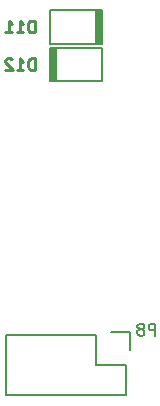
<source format=gbo>
G04 #@! TF.FileFunction,Legend,Bot*
%FSLAX46Y46*%
G04 Gerber Fmt 4.6, Leading zero omitted, Abs format (unit mm)*
G04 Created by KiCad (PCBNEW 4.0.2+dfsg1-stable) date Fr 09 Jun 2017 13:04:17 CEST*
%MOMM*%
G01*
G04 APERTURE LIST*
%ADD10C,0.100000*%
%ADD11C,0.150000*%
%ADD12C,0.127000*%
%ADD13C,0.250000*%
G04 APERTURE END LIST*
D10*
D11*
X157780000Y-138180000D02*
X150160000Y-138180000D01*
X150160000Y-138180000D02*
X150160000Y-143260000D01*
X150160000Y-143260000D02*
X160320000Y-143260000D01*
X160320000Y-143260000D02*
X160320000Y-140720000D01*
X159050000Y-137900000D02*
X160600000Y-137900000D01*
X160320000Y-140720000D02*
X157780000Y-140720000D01*
X157780000Y-140720000D02*
X157780000Y-138180000D01*
X160600000Y-137900000D02*
X160600000Y-139450000D01*
D12*
X158158180Y-110665260D02*
X158158180Y-113464340D01*
X158056580Y-113464340D02*
X158056580Y-110665260D01*
X157957520Y-110665260D02*
X157957520Y-113464340D01*
X157858460Y-113464340D02*
X157858460Y-110665260D01*
X157756860Y-113464340D02*
X157756860Y-110665260D01*
X158257240Y-113464340D02*
X153857960Y-113464340D01*
X153857960Y-113464340D02*
X153857960Y-110665260D01*
X153857960Y-110665260D02*
X158257240Y-110665260D01*
X158257240Y-110665260D02*
X158257240Y-113464340D01*
X153957020Y-116613940D02*
X153957020Y-113814860D01*
X154058620Y-113814860D02*
X154058620Y-116613940D01*
X154157680Y-116613940D02*
X154157680Y-113814860D01*
X154256740Y-113814860D02*
X154256740Y-116613940D01*
X154358340Y-113814860D02*
X154358340Y-116613940D01*
X153857960Y-113814860D02*
X158257240Y-113814860D01*
X158257240Y-113814860D02*
X158257240Y-116613940D01*
X158257240Y-116613940D02*
X153857960Y-116613940D01*
X153857960Y-116613940D02*
X153857960Y-113814860D01*
D11*
X162788095Y-138202381D02*
X162788095Y-137202381D01*
X162407142Y-137202381D01*
X162311904Y-137250000D01*
X162264285Y-137297619D01*
X162216666Y-137392857D01*
X162216666Y-137535714D01*
X162264285Y-137630952D01*
X162311904Y-137678571D01*
X162407142Y-137726190D01*
X162788095Y-137726190D01*
X161645238Y-137630952D02*
X161740476Y-137583333D01*
X161788095Y-137535714D01*
X161835714Y-137440476D01*
X161835714Y-137392857D01*
X161788095Y-137297619D01*
X161740476Y-137250000D01*
X161645238Y-137202381D01*
X161454761Y-137202381D01*
X161359523Y-137250000D01*
X161311904Y-137297619D01*
X161264285Y-137392857D01*
X161264285Y-137440476D01*
X161311904Y-137535714D01*
X161359523Y-137583333D01*
X161454761Y-137630952D01*
X161645238Y-137630952D01*
X161740476Y-137678571D01*
X161788095Y-137726190D01*
X161835714Y-137821429D01*
X161835714Y-138011905D01*
X161788095Y-138107143D01*
X161740476Y-138154762D01*
X161645238Y-138202381D01*
X161454761Y-138202381D01*
X161359523Y-138154762D01*
X161311904Y-138107143D01*
X161264285Y-138011905D01*
X161264285Y-137821429D01*
X161311904Y-137726190D01*
X161359523Y-137678571D01*
X161454761Y-137630952D01*
D13*
X152547486Y-112517181D02*
X152547486Y-111517181D01*
X152309391Y-111517181D01*
X152166533Y-111564800D01*
X152071295Y-111660038D01*
X152023676Y-111755276D01*
X151976057Y-111945752D01*
X151976057Y-112088610D01*
X152023676Y-112279086D01*
X152071295Y-112374324D01*
X152166533Y-112469562D01*
X152309391Y-112517181D01*
X152547486Y-112517181D01*
X151023676Y-112517181D02*
X151595105Y-112517181D01*
X151309391Y-112517181D02*
X151309391Y-111517181D01*
X151404629Y-111660038D01*
X151499867Y-111755276D01*
X151595105Y-111802895D01*
X150071295Y-112517181D02*
X150642724Y-112517181D01*
X150357010Y-112517181D02*
X150357010Y-111517181D01*
X150452248Y-111660038D01*
X150547486Y-111755276D01*
X150642724Y-111802895D01*
X152547486Y-115717581D02*
X152547486Y-114717581D01*
X152309391Y-114717581D01*
X152166533Y-114765200D01*
X152071295Y-114860438D01*
X152023676Y-114955676D01*
X151976057Y-115146152D01*
X151976057Y-115289010D01*
X152023676Y-115479486D01*
X152071295Y-115574724D01*
X152166533Y-115669962D01*
X152309391Y-115717581D01*
X152547486Y-115717581D01*
X151023676Y-115717581D02*
X151595105Y-115717581D01*
X151309391Y-115717581D02*
X151309391Y-114717581D01*
X151404629Y-114860438D01*
X151499867Y-114955676D01*
X151595105Y-115003295D01*
X150642724Y-114812819D02*
X150595105Y-114765200D01*
X150499867Y-114717581D01*
X150261771Y-114717581D01*
X150166533Y-114765200D01*
X150118914Y-114812819D01*
X150071295Y-114908057D01*
X150071295Y-115003295D01*
X150118914Y-115146152D01*
X150690343Y-115717581D01*
X150071295Y-115717581D01*
M02*

</source>
